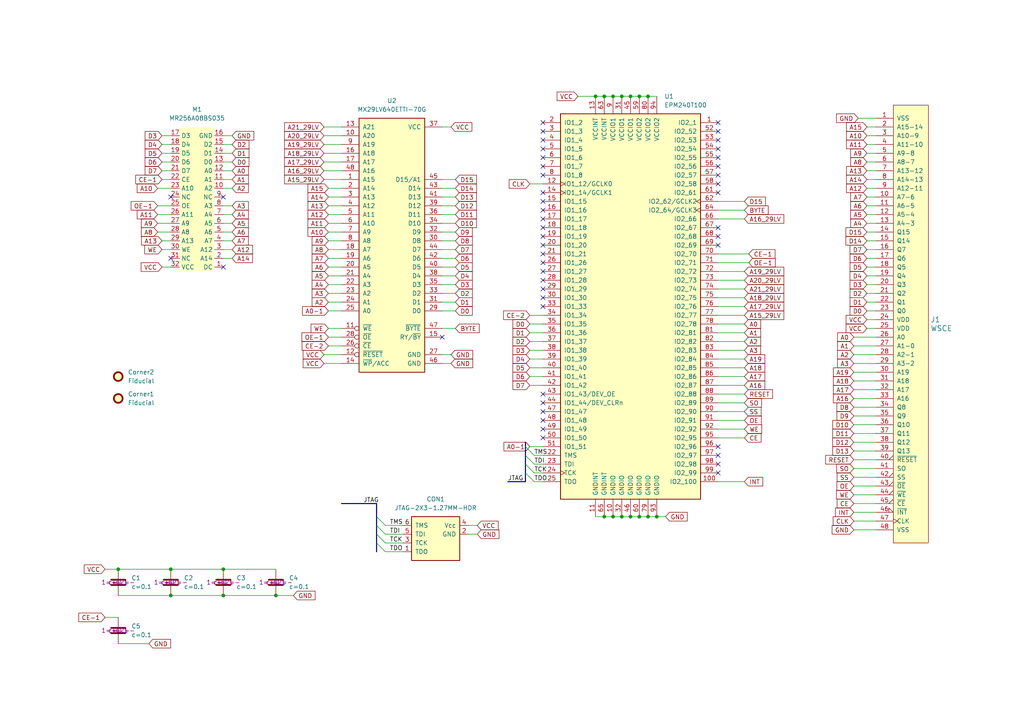
<source format=kicad_sch>
(kicad_sch (version 20250114) (generator "eeschema") (generator_version "9.0")
  (paper "A4")
  (lib_symbols
    (symbol "CPLD_Altera:EPM240T100" (pin_names (offset 1.016))
      (property "Reference" "U" (at 10.16 57.15 0))
      (property "Value" "EPM240T100" (at 10.16 -57.15 0))
      (symbol "EPM240T100_1_1"
        (pin bidirectional line (at -25.4 53.34 0) (length 5.08) (name "IO1_2") (number "2"))
        (pin bidirectional line (at -25.4 50.8 0) (length 5.08) (name "IO1_3") (number "3"))
        (pin bidirectional line (at -25.4 48.26 0) (length 5.08) (name "IO1_4") (number "4"))
        (pin bidirectional line (at -25.4 45.72 0) (length 5.08) (name "IO1_5") (number "5"))
        (pin bidirectional line (at -25.4 43.18 0) (length 5.08) (name "IO1_6") (number "6"))
        (pin bidirectional line (at -25.4 40.64 0) (length 5.08) (name "IO1_7") (number "7"))
        (pin bidirectional line (at -25.4 38.1 0) (length 5.08) (name "IO1_8") (number "8"))
        (pin bidirectional clock (at -25.4 35.56 0) (length 5.08) (name "IO1_12/GCLK0") (number "12"))
        (pin bidirectional clock (at -25.4 33.02 0) (length 5.08) (name "IO1_14/GCLK1") (number "14"))
        (pin bidirectional line (at -25.4 30.48 0) (length 5.08) (name "IO1_15") (number "15"))
        (pin bidirectional line (at -25.4 27.94 0) (length 5.08) (name "IO1_16") (number "16"))
        (pin bidirectional line (at -25.4 25.4 0) (length 5.08) (name "IO1_17") (number "17"))
        (pin bidirectional line (at -25.4 22.86 0) (length 5.08) (name "IO1_18") (number "18"))
        (pin bidirectional line (at -25.4 20.32 0) (length 5.08) (name "IO1_19") (number "19"))
        (pin bidirectional line (at -25.4 17.78 0) (length 5.08) (name "IO1_20") (number "20"))
        (pin bidirectional line (at -25.4 15.24 0) (length 5.08) (name "IO1_21") (number "21"))
        (pin bidirectional line (at -25.4 12.7 0) (length 5.08) (name "IO1_26") (number "26"))
        (pin bidirectional line (at -25.4 10.16 0) (length 5.08) (name "IO1_27") (number "27"))
        (pin bidirectional line (at -25.4 7.62 0) (length 5.08) (name "IO1_28") (number "28"))
        (pin bidirectional line (at -25.4 5.08 0) (length 5.08) (name "IO1_29") (number "29"))
        (pin bidirectional line (at -25.4 2.54 0) (length 5.08) (name "IO1_30") (number "30"))
        (pin bidirectional line (at -25.4 0 0) (length 5.08) (name "IO1_33") (number "33"))
        (pin bidirectional line (at -25.4 -2.54 0) (length 5.08) (name "IO1_34") (number "34"))
        (pin bidirectional line (at -25.4 -5.08 0) (length 5.08) (name "IO1_35") (number "35"))
        (pin bidirectional line (at -25.4 -7.62 0) (length 5.08) (name "IO1_36") (number "36"))
        (pin bidirectional line (at -25.4 -10.16 0) (length 5.08) (name "IO1_37") (number "37"))
        (pin bidirectional line (at -25.4 -12.7 0) (length 5.08) (name "IO1_38") (number "38"))
        (pin bidirectional line (at -25.4 -15.24 0) (length 5.08) (name "IO1_39") (number "39"))
        (pin bidirectional line (at -25.4 -17.78 0) (length 5.08) (name "IO1_40") (number "40"))
        (pin bidirectional line (at -25.4 -20.32 0) (length 5.08) (name "IO1_41") (number "41"))
        (pin bidirectional line (at -25.4 -22.86 0) (length 5.08) (name "IO1_42") (number "42"))
        (pin bidirectional line (at -25.4 -25.4 0) (length 5.08) (name "IO1_43/DEV_OE") (number "43"))
        (pin bidirectional line (at -25.4 -27.94 0) (length 5.08) (name "IO1_44/DEV_CLRn") (number "44"))
        (pin bidirectional line (at -25.4 -30.48 0) (length 5.08) (name "IO1_47") (number "47"))
        (pin bidirectional line (at -25.4 -33.02 0) (length 5.08) (name "IO1_48") (number "48"))
        (pin bidirectional line (at -25.4 -35.56 0) (length 5.08) (name "IO1_49") (number "49"))
        (pin bidirectional line (at -25.4 -38.1 0) (length 5.08) (name "IO1_50") (number "50"))
        (pin bidirectional line (at -25.4 -40.64 0) (length 5.08) (name "IO1_51") (number "51"))
        (pin input line (at -25.4 -43.18 0) (length 5.08) (name "TMS") (number "22"))
        (pin input line (at -25.4 -45.72 0) (length 5.08) (name "TDI") (number "23"))
        (pin input clock (at -25.4 -48.26 0) (length 5.08) (name "TCK") (number "24"))
        (pin output line (at -25.4 -50.8 0) (length 5.08) (name "TDO") (number "25"))
        (pin power_in line (at -10.16 60.96 270) (length 5.08) (name "VCCINT") (number "13"))
        (pin power_in line (at -10.16 -60.96 90) (length 5.08) (name "GNDINT") (number "11"))
        (pin power_in line (at -7.62 60.96 270) (length 5.08) (name "VCCINT") (number "63"))
        (pin power_in line (at -7.62 -60.96 90) (length 5.08) (name "GNDINT") (number "65"))
        (pin power_in line (at -5.08 60.96 270) (length 5.08) (name "VCCIO1") (number "9"))
        (pin power_in line (at -5.08 -60.96 90) (length 5.08) (name "GNDIO") (number "10"))
        (pin power_in line (at -2.54 60.96 270) (length 5.08) (name "VCCIO1") (number "31"))
        (pin power_in line (at -2.54 -60.96 90) (length 5.08) (name "GNDIO") (number "32"))
        (pin power_in line (at 0 60.96 270) (length 5.08) (name "VCCIO1") (number "45"))
        (pin power_in line (at 0 -60.96 90) (length 5.08) (name "GNDIO") (number "46"))
        (pin power_in line (at 2.54 60.96 270) (length 5.08) (name "VCCIO2") (number "59"))
        (pin power_in line (at 2.54 -60.96 90) (length 5.08) (name "GNDIO") (number "60"))
        (pin power_in line (at 5.08 60.96 270) (length 5.08) (name "VCCIO2") (number "80"))
        (pin power_in line (at 5.08 -60.96 90) (length 5.08) (name "GNDIO") (number "79"))
        (pin power_in line (at 7.62 60.96 270) (length 5.08) (name "VCCIO2") (number "94"))
        (pin power_in line (at 7.62 -60.96 90) (length 5.08) (name "GNDIO") (number "93"))
        (pin bidirectional line (at 25.4 53.34 180) (length 5.08) (name "IO2_1") (number "1"))
        (pin bidirectional line (at 25.4 50.8 180) (length 5.08) (name "IO2_52") (number "52"))
        (pin bidirectional line (at 25.4 48.26 180) (length 5.08) (name "IO2_53") (number "53"))
        (pin bidirectional line (at 25.4 45.72 180) (length 5.08) (name "IO2_54") (number "54"))
        (pin bidirectional line (at 25.4 43.18 180) (length 5.08) (name "IO2_55") (number "55"))
        (pin bidirectional line (at 25.4 40.64 180) (length 5.08) (name "IO2_56") (number "56"))
        (pin bidirectional line (at 25.4 38.1 180) (length 5.08) (name "IO2_57") (number "57"))
        (pin bidirectional line (at 25.4 35.56 180) (length 5.08) (name "IO2_58") (number "58"))
        (pin bidirectional line (at 25.4 33.02 180) (length 5.08) (name "IO2_61") (number "61"))
        (pin bidirectional clock (at 25.4 30.48 180) (length 5.08) (name "IO2_62/GCLK2") (number "62"))
        (pin bidirectional clock (at 25.4 27.94 180) (length 5.08) (name "IO2_64/GCLK3") (number "64"))
        (pin bidirectional line (at 25.4 25.4 180) (length 5.08) (name "IO2_66") (number "66"))
        (pin bidirectional line (at 25.4 22.86 180) (length 5.08) (name "IO2_67") (number "67"))
        (pin bidirectional line (at 25.4 20.32 180) (length 5.08) (name "IO2_68") (number "68"))
        (pin bidirectional line (at 25.4 17.78 180) (length 5.08) (name "IO2_69") (number "69"))
        (pin bidirectional line (at 25.4 15.24 180) (length 5.08) (name "IO2_70") (number "70"))
        (pin bidirectional line (at 25.4 12.7 180) (length 5.08) (name "IO2_71") (number "71"))
        (pin bidirectional line (at 25.4 10.16 180) (length 5.08) (name "IO2_72") (number "72"))
        (pin bidirectional line (at 25.4 7.62 180) (length 5.08) (name "IO2_73") (number "73"))
        (pin bidirectional line (at 25.4 5.08 180) (length 5.08) (name "IO2_74") (number "74"))
        (pin bidirectional line (at 25.4 2.54 180) (length 5.08) (name "IO2_75") (number "75"))
        (pin bidirectional line (at 25.4 0 180) (length 5.08) (name "IO2_76") (number "76"))
        (pin bidirectional line (at 25.4 -2.54 180) (length 5.08) (name "IO2_77") (number "77"))
        (pin bidirectional line (at 25.4 -5.08 180) (length 5.08) (name "IO2_78") (number "78"))
        (pin bidirectional line (at 25.4 -7.62 180) (length 5.08) (name "IO2_81") (number "81"))
        (pin bidirectional line (at 25.4 -10.16 180) (length 5.08) (name "IO2_82") (number "82"))
        (pin bidirectional line (at 25.4 -12.7 180) (length 5.08) (name "IO2_83") (number "83"))
        (pin bidirectional line (at 25.4 -15.24 180) (length 5.08) (name "IO2_84") (number "84"))
        (pin bidirectional line (at 25.4 -17.78 180) (length 5.08) (name "IO2_85") (number "85"))
        (pin bidirectional line (at 25.4 -20.32 180) (length 5.08) (name "IO2_86") (number "86"))
        (pin bidirectional line (at 25.4 -22.86 180) (length 5.08) (name "IO2_87") (number "87"))
        (pin bidirectional line (at 25.4 -25.4 180) (length 5.08) (name "IO2_88") (number "88"))
        (pin bidirectional line (at 25.4 -27.94 180) (length 5.08) (name "IO2_89") (number "89"))
        (pin bidirectional line (at 25.4 -30.48 180) (length 5.08) (name "IO2_90") (number "90"))
        (pin bidirectional line (at 25.4 -33.02 180) (length 5.08) (name "IO2_91") (number "91"))
        (pin bidirectional line (at 25.4 -35.56 180) (length 5.08) (name "IO2_92") (number "92"))
        (pin bidirectional line (at 25.4 -38.1 180) (length 5.08) (name "IO2_95") (number "95"))
        (pin bidirectional line (at 25.4 -40.64 180) (length 5.08) (name "IO2_96") (number "96"))
        (pin bidirectional line (at 25.4 -43.18 180) (length 5.08) (name "IO2_97") (number "97"))
        (pin bidirectional line (at 25.4 -45.72 180) (length 5.08) (name "IO2_98") (number "98"))
        (pin bidirectional line (at 25.4 -48.26 180) (length 5.08) (name "IO2_99") (number "99"))
        (pin bidirectional line (at 25.4 -50.8 180) (length 5.08) (name "IO2_100") (number "100"))
      )
    )
    (symbol "Mechanical:Fiducial"
      (property "Reference" "FID" (at 0 5.08 0))
      (property "Value" "Fiducial" (at 0 3.175 0))
    )
    (symbol "User:MR256A08BS035"
      (property "Reference" "M1" (at -1.27 36.83 0))
      (property "Value" "MR256A08BS035" (at -1.27 34.29 0))
      (symbol "MR256A08BS035_1_1"
        (pin input line (at -8.89 29.21 0) (length 2.54) (name "D3") (number "17"))
        (pin input line (at -8.89 26.67 0) (length 2.54) (name "D4") (number "18"))
        (pin input line (at -8.89 24.13 0) (length 2.54) (name "D5") (number "19"))
        (pin input line (at -8.89 21.59 0) (length 2.54) (name "D6") (number "20"))
        (pin input line (at -8.89 19.05 0) (length 2.54) (name "D7") (number "21"))
        (pin input line (at -8.89 16.51 0) (length 2.54) (name "CE") (number "22"))
        (pin input line (at -8.89 13.97 0) (length 2.54) (name "A10") (number "23"))
        (pin input line (at -8.89 11.43 0) (length 2.54) (name "NC") (number "24"))
        (pin input line (at -8.89 8.89 0) (length 2.54) (name "OE") (number "25"))
        (pin input line (at -8.89 6.35 0) (length 2.54) (name "A11") (number "26"))
        (pin input line (at -8.89 3.81 0) (length 2.54) (name "A9") (number "27"))
        (pin input line (at -8.89 1.27 0) (length 2.54) (name "A8") (number "28"))
        (pin input line (at -8.89 -1.27 0) (length 2.54) (name "A13") (number "29"))
        (pin input line (at -8.89 -3.81 0) (length 2.54) (name "WE") (number "30"))
        (pin input line (at -8.89 -6.35 0) (length 2.54) (name "NC") (number "31"))
        (pin input line (at -8.89 -8.89 0) (length 2.54) (name "VCC") (number "32"))
        (pin input line (at 6.35 29.21 180) (length 2.54) (name "GND") (number "16"))
        (pin input line (at 6.35 26.67 180) (length 2.54) (name "D2") (number "15"))
        (pin input line (at 6.35 24.13 180) (length 2.54) (name "D1") (number "14"))
        (pin input line (at 6.35 21.59 180) (length 2.54) (name "D0") (number "13"))
        (pin input line (at 6.35 19.05 180) (length 2.54) (name "A0") (number "12"))
        (pin input line (at 6.35 16.51 180) (length 2.54) (name "A1") (number "11"))
        (pin input line (at 6.35 13.97 180) (length 2.54) (name "A2") (number "10"))
        (pin input line (at 6.35 11.43 180) (length 2.54) (name "NC") (number "9"))
        (pin input line (at 6.35 8.89 180) (length 2.54) (name "A3") (number "8"))
        (pin input line (at 6.35 6.35 180) (length 2.54) (name "A4") (number "7"))
        (pin input line (at 6.35 3.81 180) (length 2.54) (name "A5") (number "6"))
        (pin input line (at 6.35 1.27 180) (length 2.54) (name "A6") (number "5"))
        (pin input line (at 6.35 -1.27 180) (length 2.54) (name "A7") (number "4"))
        (pin input line (at 6.35 -3.81 180) (length 2.54) (name "A12") (number "3"))
        (pin input line (at 6.35 -6.35 180) (length 2.54) (name "A14") (number "2"))
        (pin input line (at 6.35 -8.89 180) (length 2.54) (name "DC") (number "1"))
      )
    )
    (symbol "WonderWitch:WSCE" (pin_names (offset 1.016))
      (property "Reference" "J" (at 0 11.43 0))
      (property "Value" "WSCE" (at 0 8.89 0))
      (symbol "WSCE_1_1"
        (pin power_out line (at -59.69 -7.62 90) (length 5.08) (name "VSS") (number "1"))
        (pin output line (at -57.15 -7.62 90) (length 5.08) (name "A15-14") (number "2"))
        (pin output line (at -54.61 -7.62 90) (length 5.08) (name "A10-9") (number "3"))
        (pin output line (at -52.07 -7.62 90) (length 5.08) (name "A11-10") (number "4"))
        (pin output line (at -49.53 -7.62 90) (length 5.08) (name "A9-8") (number "5"))
        (pin output line (at -46.99 -7.62 90) (length 5.08) (name "A8-7") (number "6"))
        (pin output line (at -44.45 -7.62 90) (length 5.08) (name "A13-12") (number "7"))
        (pin output line (at -41.91 -7.62 90) (length 5.08) (name "A14-13") (number "8"))
        (pin output line (at -39.37 -7.62 90) (length 5.08) (name "A12-11") (number "9"))
        (pin output line (at -36.83 -7.62 90) (length 5.08) (name "A7-6") (number "10"))
        (pin output line (at -34.29 -7.62 90) (length 5.08) (name "A6-5") (number "11"))
        (pin output line (at -31.75 -7.62 90) (length 5.08) (name "A5-4") (number "12"))
        (pin output line (at -29.21 -7.62 90) (length 5.08) (name "A4-3") (number "13"))
        (pin bidirectional line (at -26.67 -7.62 90) (length 5.08) (name "Q15") (number "14"))
        (pin bidirectional line (at -24.13 -7.62 90) (length 5.08) (name "Q14") (number "15"))
        (pin bidirectional line (at -21.59 -7.62 90) (length 5.08) (name "Q7") (number "16"))
        (pin bidirectional line (at -19.05 -7.62 90) (length 5.08) (name "Q6") (number "17"))
        (pin bidirectional line (at -16.51 -7.62 90) (length 5.08) (name "Q5") (number "18"))
        (pin bidirectional line (at -13.97 -7.62 90) (length 5.08) (name "Q4") (number "19"))
        (pin bidirectional line (at -11.43 -7.62 90) (length 5.08) (name "Q3") (number "20"))
        (pin bidirectional line (at -8.89 -7.62 90) (length 5.08) (name "Q2") (number "21"))
        (pin bidirectional line (at -6.35 -7.62 90) (length 5.08) (name "Q1") (number "22"))
        (pin bidirectional line (at -3.81 -7.62 90) (length 5.08) (name "Q0") (number "23"))
        (pin power_out line (at -1.27 -7.62 90) (length 5.08) (name "VDD") (number "24"))
        (pin power_out line (at 1.27 -7.62 90) (length 5.08) (name "VDD") (number "25"))
        (pin output line (at 3.81 -7.62 90) (length 5.08) (name "A0") (number "26"))
        (pin output line (at 6.35 -7.62 90) (length 5.08) (name "A1-0") (number "27"))
        (pin output line (at 8.89 -7.62 90) (length 5.08) (name "A2-1") (number "28"))
        (pin output line (at 11.43 -7.62 90) (length 5.08) (name "A3-2") (number "29"))
        (pin output line (at 13.97 -7.62 90) (length 5.08) (name "A19") (number "30"))
        (pin output line (at 16.51 -7.62 90) (length 5.08) (name "A18") (number "31"))
        (pin output line (at 19.05 -7.62 90) (length 5.08) (name "A17") (number "32"))
        (pin output line (at 21.59 -7.62 90) (length 5.08) (name "A16") (number "33"))
        (pin bidirectional line (at 24.13 -7.62 90) (length 5.08) (name "Q8") (number "34"))
        (pin bidirectional line (at 26.67 -7.62 90) (length 5.08) (name "Q9") (number "35"))
        (pin bidirectional line (at 29.21 -7.62 90) (length 5.08) (name "Q10") (number "36"))
        (pin bidirectional line (at 31.75 -7.62 90) (length 5.08) (name "Q11") (number "37"))
        (pin bidirectional line (at 34.29 -7.62 90) (length 5.08) (name "Q12") (number "38"))
        (pin bidirectional line (at 36.83 -7.62 90) (length 5.08) (name "Q13") (number "39"))
        (pin output output_low (at 39.37 -7.62 90) (length 5.08) (name "~{RESET}") (number "40"))
        (pin input line (at 41.91 -7.62 90) (length 5.08) (name "SO") (number "41"))
        (pin output output_low (at 44.45 -7.62 90) (length 5.08) (name "SS") (number "42"))
        (pin output output_low (at 46.99 -7.62 90) (length 5.08) (name "~{OE}") (number "43"))
        (pin output output_low (at 49.53 -7.62 90) (length 5.08) (name "~{WE}") (number "44"))
        (pin output output_low (at 52.07 -7.62 90) (length 5.08) (name "~{CE}") (number "45"))
        (pin input input_low (at 54.61 -7.62 90) (length 5.08) (name "~{INT}") (number "46"))
        (pin output clock (at 57.15 -7.62 90) (length 5.08) (name "CLK") (number "47"))
        (pin power_out line (at 59.69 -7.62 90) (length 5.08) (name "VSS") (number "48"))
      )
    )
    (symbol "db-connectors:JTAG-2X3-1.27MM-HDR" (pin_names (offset 1.016))
      (property "Reference" "CON" (at 2.54 1.27 0))
      (property "Value" "JTAG-2X3-1.27MM-HDR" (at 7.62 3.81 0))
      (symbol "JTAG-2X3-1.27MM-HDR_1_1"
        (pin bidirectional line (at -2.54 -2.54 0) (length 2.54) (name "TMS") (number "6"))
        (pin bidirectional line (at -2.54 -5.08 0) (length 2.54) (name "TDI") (number "5"))
        (pin bidirectional line (at -2.54 -7.62 0) (length 2.54) (name "TCK") (number "3"))
        (pin bidirectional line (at -2.54 -10.16 0) (length 2.54) (name "TDO") (number "1"))
        (pin power_in line (at 16.51 -2.54 180) (length 2.54) (name "Vcc") (number "4"))
        (pin power_in line (at 16.51 -5.08 180) (length 2.54) (name "GND") (number "2"))
      )
    )
    (symbol "db-memory:MX29LV640ETTI-70G" (pin_names (offset 1.016))
      (property "Reference" "U" (at 1.27 3.175 0))
      (property "Value" "MX29LV640ETTI-70G" (at 10.16 1.27 0))
      (symbol "MX29LV640ETTI-70G_0_0"
        (pin power_in line (at 24.13 -2.54 180) (length 5.08) (name "VCC") (number "37"))
      )
      (symbol "MX29LV640ETTI-70G_1_0"
        (pin power_in line (at 24.13 -68.58 180) (length 5.08) (name "GND") (number "27"))
        (pin power_in line (at 24.13 -71.12 180) (length 5.08) (name "GND") (number "46"))
      )
      (symbol "MX29LV640ETTI-70G_1_1"
        (pin input line (at -5.08 -2.54 0) (length 5.08) (name "A21") (number "13"))
        (pin input line (at -5.08 -5.08 0) (length 5.08) (name "A20") (number "10"))
        (pin input line (at -5.08 -7.62 0) (length 5.08) (name "A19") (number "9"))
        (pin input line (at -5.08 -10.16 0) (length 5.08) (name "A18") (number "16"))
        (pin input line (at -5.08 -12.7 0) (length 5.08) (name "A17") (number "17"))
        (pin input line (at -5.08 -15.24 0) (length 5.08) (name "A16") (number "48"))
        (pin input line (at -5.08 -17.78 0) (length 5.08) (name "A15") (number "1"))
        (pin input line (at -5.08 -20.32 0) (length 5.08) (name "A14") (number "2"))
        (pin input line (at -5.08 -22.86 0) (length 5.08) (name "A13") (number "3"))
        (pin input line (at -5.08 -25.4 0) (length 5.08) (name "A12") (number "4"))
        (pin input line (at -5.08 -27.94 0) (length 5.08) (name "A11") (number "5"))
        (pin input line (at -5.08 -30.48 0) (length 5.08) (name "A10") (number "6"))
        (pin input line (at -5.08 -33.02 0) (length 5.08) (name "A9") (number "7"))
        (pin input line (at -5.08 -35.56 0) (length 5.08) (name "A8") (number "8"))
        (pin input line (at -5.08 -38.1 0) (length 5.08) (name "A7") (number "18"))
        (pin input line (at -5.08 -40.64 0) (length 5.08) (name "A6") (number "19"))
        (pin input line (at -5.08 -43.18 0) (length 5.08) (name "A5") (number "20"))
        (pin input line (at -5.08 -45.72 0) (length 5.08) (name "A4") (number "21"))
        (pin input line (at -5.08 -48.26 0) (length 5.08) (name "A3") (number "22"))
        (pin input line (at -5.08 -50.8 0) (length 5.08) (name "A2") (number "23"))
        (pin input line (at -5.08 -53.34 0) (length 5.08) (name "A1") (number "24"))
        (pin input line (at -5.08 -55.88 0) (length 5.08) (name "A0") (number "25"))
        (pin input inverted (at -5.08 -60.96 0) (length 5.08) (name "~{WE}") (number "11"))
        (pin input inverted (at -5.08 -63.5 0) (length 5.08) (name "~{OE}") (number "28"))
        (pin input inverted (at -5.08 -66.04 0) (length 5.08) (name "~{CE}") (number "26"))
        (pin input inverted (at -5.08 -68.58 0) (length 5.08) (name "~{RESET}") (number "12"))
        (pin input line (at -5.08 -71.12 0) (length 5.08) (name "~{WP}/ACC") (number "14"))
        (pin tri_state line (at 24.13 -17.78 180) (length 5.08) (name "D15/A1") (number "45"))
        (pin tri_state line (at 24.13 -20.32 180) (length 5.08) (name "D14") (number "43"))
        (pin tri_state line (at 24.13 -22.86 180) (length 5.08) (name "D13") (number "41"))
        (pin tri_state line (at 24.13 -25.4 180) (length 5.08) (name "D12") (number "39"))
        (pin tri_state line (at 24.13 -27.94 180) (length 5.08) (name "D11") (number "36"))
        (pin tri_state line (at 24.13 -30.48 180) (length 5.08) (name "D10") (number "34"))
        (pin tri_state line (at 24.13 -33.02 180) (length 5.08) (name "D9") (number "32"))
        (pin tri_state line (at 24.13 -35.56 180) (length 5.08) (name "D8") (number "30"))
        (pin tri_state line (at 24.13 -38.1 180) (length 5.08) (name "D7") (number "44"))
        (pin tri_state line (at 24.13 -40.64 180) (length 5.08) (name "D6") (number "42"))
        (pin tri_state line (at 24.13 -43.18 180) (length 5.08) (name "D5") (number "40"))
        (pin tri_state line (at 24.13 -45.72 180) (length 5.08) (name "D4") (number "38"))
        (pin tri_state line (at 24.13 -48.26 180) (length 5.08) (name "D3") (number "35"))
        (pin tri_state line (at 24.13 -50.8 180) (length 5.08) (name "D2") (number "33"))
        (pin tri_state line (at 24.13 -53.34 180) (length 5.08) (name "D1") (number "31"))
        (pin tri_state line (at 24.13 -55.88 180) (length 5.08) (name "D0") (number "29"))
        (pin input line (at 24.13 -60.96 180) (length 5.08) (name "~{BYTE}") (number "47"))
        (pin output line (at 24.13 -63.5 180) (length 5.08) (name "RY/~{BY}") (number "15"))
      )
    )
    (symbol "db-passives:C_0603" (pin_numbers (hide yes)) (pin_names (offset 0.254))
      (property "Reference" "C" (at 0.635 2.54 0))
      (property "Value" "C_0603" (at 0.635 -2.54 0))
      (symbol "C_0603_1_1"
        (pin passive line (at 0 3.81 270) (length 2.794) (name "~") (number "1"))
        (pin passive line (at 0 -3.81 90) (length 2.794) (name "~") (number "2"))
      )
    )
  )
  (junction (at 172.72 27.94))
  (junction (at 182.88 149.86))
  (junction (at 180.34 149.86))
  (junction (at 187.96 149.86))
  (junction (at 64.77 172.72))
  (junction (at 187.96 27.94))
  (junction (at 49.53 172.72))
  (junction (at 34.29 165.1))
  (junction (at 185.42 149.86))
  (junction (at 190.5 149.86))
  (junction (at 64.77 165.1))
  (junction (at 185.42 27.94))
  (junction (at 80.01 172.72))
  (junction (at 180.34 27.94))
  (junction (at 175.26 149.86))
  (junction (at 177.8 27.94))
  (junction (at 175.26 27.94))
  (junction (at 49.53 165.1))
  (junction (at 182.88 27.94))
  (junction (at 177.8 149.86))
  (no_connect (at 157.48 83.82))
  (no_connect (at 157.48 88.9))
  (no_connect (at 157.48 55.88))
  (no_connect (at 157.48 78.74))
  (no_connect (at 208.28 48.26))
  (no_connect (at 208.28 129.54))
  (no_connect (at 157.48 38.1))
  (no_connect (at 157.48 81.28))
  (no_connect (at 157.48 127))
  (no_connect (at 157.48 76.2))
  (no_connect (at 128.27 97.79))
  (no_connect (at 157.48 35.56))
  (no_connect (at 157.48 45.72))
  (no_connect (at 157.48 116.84))
  (no_connect (at 157.48 124.46))
  (no_connect (at 157.48 119.38))
  (no_connect (at 208.28 40.64))
  (no_connect (at 157.48 50.8))
  (no_connect (at 208.28 53.34))
  (no_connect (at 208.28 45.72))
  (no_connect (at 157.48 86.36))
  (no_connect (at 157.48 63.5))
  (no_connect (at 208.28 43.18))
  (no_connect (at 208.28 137.16))
  (no_connect (at 157.48 43.18))
  (no_connect (at 208.28 71.12))
  (no_connect (at 208.28 55.88))
  (no_connect (at 208.28 68.58))
  (no_connect (at 208.28 38.1))
  (no_connect (at 157.48 68.58))
  (no_connect (at 208.28 35.56))
  (no_connect (at 64.77 57.15))
  (no_connect (at 157.48 71.12))
  (no_connect (at 208.28 66.04))
  (no_connect (at 157.48 60.96))
  (no_connect (at 49.53 74.93))
  (no_connect (at 157.48 48.26))
  (no_connect (at 157.48 58.42))
  (no_connect (at 64.77 77.47))
  (no_connect (at 208.28 134.62))
  (no_connect (at 157.48 66.04))
  (no_connect (at 208.28 132.08))
  (no_connect (at 157.48 114.3))
  (no_connect (at 157.48 40.64))
  (no_connect (at 49.53 57.15))
  (no_connect (at 157.48 73.66))
  (no_connect (at 208.28 50.8))
  (no_connect (at 157.48 121.92))
  (bus_entry (at 152.4 134.62) (size 2.54 2.54))
  (bus_entry (at 152.4 137.16) (size 2.54 2.54))
  (bus_entry (at 152.4 132.08) (size 2.54 2.54))
  (bus_entry (at 109.22 154.94) (size 2.54 2.54))
  (bus_entry (at 109.22 152.4) (size 2.54 2.54))
  (bus_entry (at 152.4 129.54) (size 2.54 2.54))
  (bus_entry (at 109.22 157.48) (size 2.54 2.54))
  (bus_entry (at 109.22 149.86) (size 2.54 2.54))
  (wire (pts (xy 111.76 157.48) (xy 116.84 157.48)))
  (wire (pts (xy 208.28 91.44) (xy 215.9 91.44)))
  (wire (pts (xy 64.77 67.31) (xy 67.31 67.31)))
  (wire (pts (xy 247.65 107.95) (xy 254 107.95)))
  (wire (pts (xy 187.96 27.94) (xy 190.5 27.94)))
  (bus (pts (xy 109.22 152.4) (xy 109.22 154.94)))
  (wire (pts (xy 153.67 106.68) (xy 157.48 106.68)))
  (wire (pts (xy 64.77 74.93) (xy 67.31 74.93)))
  (wire (pts (xy 64.77 49.53) (xy 67.31 49.53)))
  (wire (pts (xy 247.65 133.35) (xy 254 133.35)))
  (wire (pts (xy 128.27 77.47) (xy 132.08 77.47)))
  (wire (pts (xy 128.27 67.31) (xy 132.08 67.31)))
  (wire (pts (xy 154.94 132.08) (xy 157.48 132.08)))
  (bus (pts (xy 99.06 146.05) (xy 109.22 146.05)))
  (wire (pts (xy 251.46 39.37) (xy 254 39.37)))
  (wire (pts (xy 80.01 172.72) (xy 85.09 172.72)))
  (wire (pts (xy 111.76 154.94) (xy 116.84 154.94)))
  (wire (pts (xy 46.99 39.37) (xy 49.53 39.37)))
  (wire (pts (xy 208.28 106.68) (xy 215.9 106.68)))
  (wire (pts (xy 208.28 127) (xy 215.9 127)))
  (wire (pts (xy 95.25 64.77) (xy 99.06 64.77)))
  (wire (pts (xy 46.99 72.39) (xy 49.53 72.39)))
  (bus (pts (xy 152.4 134.62) (xy 152.4 137.16)))
  (wire (pts (xy 111.76 160.02) (xy 116.84 160.02)))
  (wire (pts (xy 153.67 96.52) (xy 157.48 96.52)))
  (wire (pts (xy 247.65 138.43) (xy 254 138.43)))
  (wire (pts (xy 153.67 129.54) (xy 157.48 129.54)))
  (wire (pts (xy 153.67 101.6) (xy 157.48 101.6)))
  (wire (pts (xy 153.67 91.44) (xy 157.48 91.44)))
  (wire (pts (xy 153.67 53.34) (xy 157.48 53.34)))
  (wire (pts (xy 93.98 44.45) (xy 99.06 44.45)))
  (wire (pts (xy 251.46 92.71) (xy 254 92.71)))
  (bus (pts (xy 147.32 139.7) (xy 152.4 139.7)))
  (wire (pts (xy 251.46 44.45) (xy 254 44.45)))
  (wire (pts (xy 247.65 102.87) (xy 254 102.87)))
  (wire (pts (xy 208.28 78.74) (xy 215.9 78.74)))
  (wire (pts (xy 49.53 165.1) (xy 64.77 165.1)))
  (wire (pts (xy 128.27 36.83) (xy 130.81 36.83)))
  (wire (pts (xy 154.94 137.16) (xy 157.48 137.16)))
  (wire (pts (xy 251.46 69.85) (xy 254 69.85)))
  (wire (pts (xy 45.72 54.61) (xy 49.53 54.61)))
  (wire (pts (xy 128.27 59.69) (xy 132.08 59.69)))
  (wire (pts (xy 251.46 59.69) (xy 254 59.69)))
  (wire (pts (xy 64.77 44.45) (xy 67.31 44.45)))
  (wire (pts (xy 128.27 69.85) (xy 132.08 69.85)))
  (wire (pts (xy 251.46 74.93) (xy 254 74.93)))
  (wire (pts (xy 251.46 82.55) (xy 254 82.55)))
  (wire (pts (xy 95.25 57.15) (xy 99.06 57.15)))
  (bus (pts (xy 152.4 129.54) (xy 152.4 132.08)))
  (wire (pts (xy 93.98 39.37) (xy 99.06 39.37)))
  (wire (pts (xy 46.99 41.91) (xy 49.53 41.91)))
  (wire (pts (xy 46.99 49.53) (xy 49.53 49.53)))
  (wire (pts (xy 167.64 27.94) (xy 172.72 27.94)))
  (wire (pts (xy 247.65 105.41) (xy 254 105.41)))
  (wire (pts (xy 153.67 104.14) (xy 157.48 104.14)))
  (wire (pts (xy 247.65 113.03) (xy 254 113.03)))
  (wire (pts (xy 208.28 81.28) (xy 215.9 81.28)))
  (wire (pts (xy 208.28 76.2) (xy 217.17 76.2)))
  (wire (pts (xy 153.67 99.06) (xy 157.48 99.06)))
  (wire (pts (xy 128.27 82.55) (xy 132.08 82.55)))
  (wire (pts (xy 128.27 52.07) (xy 132.08 52.07)))
  (wire (pts (xy 95.25 80.01) (xy 99.06 80.01)))
  (wire (pts (xy 46.99 46.99) (xy 49.53 46.99)))
  (wire (pts (xy 251.46 49.53) (xy 254 49.53)))
  (wire (pts (xy 64.77 172.72) (xy 80.01 172.72)))
  (wire (pts (xy 251.46 95.25) (xy 254 95.25)))
  (wire (pts (xy 46.99 52.07) (xy 49.53 52.07)))
  (wire (pts (xy 251.46 87.63) (xy 254 87.63)))
  (wire (pts (xy 64.77 64.77) (xy 67.31 64.77)))
  (wire (pts (xy 208.28 60.96) (xy 215.9 60.96)))
  (wire (pts (xy 128.27 85.09) (xy 132.08 85.09)))
  (wire (pts (xy 128.27 87.63) (xy 132.08 87.63)))
  (wire (pts (xy 64.77 165.1) (xy 80.01 165.1)))
  (wire (pts (xy 208.28 124.46) (xy 215.9 124.46)))
  (wire (pts (xy 251.46 57.15) (xy 254 57.15)))
  (wire (pts (xy 95.25 85.09) (xy 99.06 85.09)))
  (wire (pts (xy 248.92 34.29) (xy 254 34.29)))
  (bus (pts (xy 109.22 157.48) (xy 109.22 160.02)))
  (wire (pts (xy 64.77 52.07) (xy 67.31 52.07)))
  (wire (pts (xy 251.46 54.61) (xy 254 54.61)))
  (wire (pts (xy 128.27 72.39) (xy 132.08 72.39)))
  (wire (pts (xy 128.27 62.23) (xy 132.08 62.23)))
  (wire (pts (xy 93.98 52.07) (xy 99.06 52.07)))
  (wire (pts (xy 208.28 63.5) (xy 215.9 63.5)))
  (wire (pts (xy 208.28 116.84) (xy 215.9 116.84)))
  (wire (pts (xy 95.25 74.93) (xy 99.06 74.93)))
  (bus (pts (xy 109.22 146.05) (xy 109.22 149.86)))
  (wire (pts (xy 208.28 101.6) (xy 215.9 101.6)))
  (wire (pts (xy 95.25 95.25) (xy 99.06 95.25)))
  (wire (pts (xy 247.65 100.33) (xy 254 100.33)))
  (wire (pts (xy 95.25 82.55) (xy 99.06 82.55)))
  (wire (pts (xy 95.25 69.85) (xy 99.06 69.85)))
  (wire (pts (xy 46.99 69.85) (xy 49.53 69.85)))
  (wire (pts (xy 128.27 57.15) (xy 132.08 57.15)))
  (wire (pts (xy 95.25 67.31) (xy 99.06 67.31)))
  (wire (pts (xy 182.88 27.94) (xy 185.42 27.94)))
  (wire (pts (xy 208.28 109.22) (xy 215.9 109.22)))
  (wire (pts (xy 64.77 72.39) (xy 67.31 72.39)))
  (bus (pts (xy 152.4 128.27) (xy 152.4 129.54)))
  (wire (pts (xy 49.53 172.72) (xy 64.77 172.72)))
  (wire (pts (xy 208.28 83.82) (xy 215.9 83.82)))
  (wire (pts (xy 154.94 134.62) (xy 157.48 134.62)))
  (wire (pts (xy 95.25 62.23) (xy 99.06 62.23)))
  (wire (pts (xy 247.65 143.51) (xy 254 143.51)))
  (wire (pts (xy 93.98 49.53) (xy 99.06 49.53)))
  (wire (pts (xy 128.27 64.77) (xy 132.08 64.77)))
  (wire (pts (xy 95.25 77.47) (xy 99.06 77.47)))
  (wire (pts (xy 95.25 100.33) (xy 99.06 100.33)))
  (wire (pts (xy 251.46 80.01) (xy 254 80.01)))
  (wire (pts (xy 251.46 36.83) (xy 254 36.83)))
  (wire (pts (xy 208.28 139.7) (xy 215.9 139.7)))
  (wire (pts (xy 251.46 67.31) (xy 254 67.31)))
  (wire (pts (xy 95.25 72.39) (xy 99.06 72.39)))
  (wire (pts (xy 30.48 179.07) (xy 34.29 179.07)))
  (wire (pts (xy 185.42 149.86) (xy 187.96 149.86)))
  (wire (pts (xy 180.34 27.94) (xy 182.88 27.94)))
  (wire (pts (xy 208.28 96.52) (xy 215.9 96.52)))
  (wire (pts (xy 190.5 149.86) (xy 193.04 149.86)))
  (wire (pts (xy 247.65 128.27) (xy 254 128.27)))
  (wire (pts (xy 247.65 148.59) (xy 254 148.59)))
  (wire (pts (xy 153.67 111.76) (xy 157.48 111.76)))
  (wire (pts (xy 154.94 139.7) (xy 157.48 139.7)))
  (wire (pts (xy 247.65 123.19) (xy 254 123.19)))
  (wire (pts (xy 95.25 87.63) (xy 99.06 87.63)))
  (wire (pts (xy 64.77 69.85) (xy 67.31 69.85)))
  (wire (pts (xy 46.99 77.47) (xy 49.53 77.47)))
  (wire (pts (xy 247.65 125.73) (xy 254 125.73)))
  (wire (pts (xy 93.98 102.87) (xy 99.06 102.87)))
  (bus (pts (xy 109.22 154.94) (xy 109.22 157.48)))
  (wire (pts (xy 247.65 115.57) (xy 254 115.57)))
  (wire (pts (xy 172.72 149.86) (xy 175.26 149.86)))
  (wire (pts (xy 208.28 121.92) (xy 215.9 121.92)))
  (wire (pts (xy 64.77 59.69) (xy 67.31 59.69)))
  (wire (pts (xy 177.8 149.86) (xy 180.34 149.86)))
  (wire (pts (xy 93.98 41.91) (xy 99.06 41.91)))
  (wire (pts (xy 34.29 172.72) (xy 49.53 172.72)))
  (wire (pts (xy 247.65 118.11) (xy 254 118.11)))
  (wire (pts (xy 46.99 44.45) (xy 49.53 44.45)))
  (wire (pts (xy 128.27 54.61) (xy 132.08 54.61)))
  (wire (pts (xy 45.72 62.23) (xy 49.53 62.23)))
  (wire (pts (xy 64.77 62.23) (xy 67.31 62.23)))
  (wire (pts (xy 64.77 41.91) (xy 67.31 41.91)))
  (wire (pts (xy 34.29 165.1) (xy 49.53 165.1)))
  (wire (pts (xy 251.46 90.17) (xy 254 90.17)))
  (wire (pts (xy 45.72 59.69) (xy 49.53 59.69)))
  (wire (pts (xy 251.46 85.09) (xy 254 85.09)))
  (wire (pts (xy 128.27 80.01) (xy 132.08 80.01)))
  (bus (pts (xy 152.4 137.16) (xy 152.4 139.7)))
  (wire (pts (xy 251.46 72.39) (xy 254 72.39)))
  (wire (pts (xy 247.65 97.79) (xy 254 97.79)))
  (wire (pts (xy 208.28 58.42) (xy 215.9 58.42)))
  (bus (pts (xy 109.22 149.86) (xy 109.22 152.4)))
  (wire (pts (xy 95.25 54.61) (xy 99.06 54.61)))
  (wire (pts (xy 93.98 46.99) (xy 99.06 46.99)))
  (wire (pts (xy 95.25 97.79) (xy 99.06 97.79)))
  (wire (pts (xy 251.46 77.47) (xy 254 77.47)))
  (wire (pts (xy 172.72 27.94) (xy 175.26 27.94)))
  (wire (pts (xy 251.46 64.77) (xy 254 64.77)))
  (wire (pts (xy 93.98 105.41) (xy 99.06 105.41)))
  (wire (pts (xy 251.46 52.07) (xy 254 52.07)))
  (wire (pts (xy 208.28 114.3) (xy 215.9 114.3)))
  (wire (pts (xy 251.46 46.99) (xy 254 46.99)))
  (wire (pts (xy 153.67 93.98) (xy 157.48 93.98)))
  (wire (pts (xy 135.89 152.4) (xy 138.43 152.4)))
  (wire (pts (xy 64.77 39.37) (xy 67.31 39.37)))
  (wire (pts (xy 247.65 140.97) (xy 254 140.97)))
  (wire (pts (xy 177.8 27.94) (xy 180.34 27.94)))
  (wire (pts (xy 251.46 41.91) (xy 254 41.91)))
  (wire (pts (xy 128.27 95.25) (xy 132.08 95.25)))
  (wire (pts (xy 64.77 54.61) (xy 67.31 54.61)))
  (wire (pts (xy 182.88 149.86) (xy 185.42 149.86)))
  (wire (pts (xy 45.72 67.31) (xy 49.53 67.31)))
  (wire (pts (xy 128.27 105.41) (xy 130.81 105.41)))
  (wire (pts (xy 247.65 120.65) (xy 254 120.65)))
  (wire (pts (xy 64.77 46.99) (xy 67.31 46.99)))
  (wire (pts (xy 187.96 149.86) (xy 190.5 149.86)))
  (wire (pts (xy 128.27 102.87) (xy 130.81 102.87)))
  (wire (pts (xy 175.26 27.94) (xy 177.8 27.94)))
  (wire (pts (xy 95.25 90.17) (xy 99.06 90.17)))
  (wire (pts (xy 135.89 154.94) (xy 138.43 154.94)))
  (wire (pts (xy 208.28 104.14) (xy 215.9 104.14)))
  (wire (pts (xy 208.28 88.9) (xy 215.9 88.9)))
  (wire (pts (xy 180.34 149.86) (xy 182.88 149.86)))
  (wire (pts (xy 95.25 59.69) (xy 99.06 59.69)))
  (wire (pts (xy 30.48 165.1) (xy 34.29 165.1)))
  (wire (pts (xy 247.65 146.05) (xy 254 146.05)))
  (wire (pts (xy 247.65 110.49) (xy 254 110.49)))
  (wire (pts (xy 111.76 152.4) (xy 116.84 152.4)))
  (wire (pts (xy 247.65 151.13) (xy 254 151.13)))
  (wire (pts (xy 247.65 153.67) (xy 254 153.67)))
  (bus (pts (xy 152.4 132.08) (xy 152.4 134.62)))
  (wire (pts (xy 128.27 90.17) (xy 132.08 90.17)))
  (wire (pts (xy 208.28 111.76) (xy 215.9 111.76)))
  (wire (pts (xy 185.42 27.94) (xy 187.96 27.94)))
  (wire (pts (xy 208.28 86.36) (xy 215.9 86.36)))
  (wire (pts (xy 34.29 186.69) (xy 43.18 186.69)))
  (wire (pts (xy 208.28 119.38) (xy 215.9 119.38)))
  (wire (pts (xy 45.72 64.77) (xy 49.53 64.77)))
  (wire (pts (xy 208.28 99.06) (xy 215.9 99.06)))
  (wire (pts (xy 175.26 149.86) (xy 177.8 149.86)))
  (wire (pts (xy 208.28 73.66) (xy 217.17 73.66)))
  (wire (pts (xy 93.98 36.83) (xy 99.06 36.83)))
  (wire (pts (xy 247.65 130.81) (xy 254 130.81)))
  (wire (pts (xy 208.28 93.98) (xy 215.9 93.98)))
  (wire (pts (xy 128.27 74.93) (xy 132.08 74.93)))
  (wire (pts (xy 247.65 135.89) (xy 254 135.89)))
  (wire (pts (xy 251.46 62.23) (xy 254 62.23)))
  (wire (pts (xy 153.67 109.22) (xy 157.48 109.22)))
  (label "TCK" (at 113.03 157.48 0))
  (label "JTAG" (at 147.32 139.7 0))
  (label "TDO" (at 113.03 160.02 0))
  (label "TDI" (at 154.94 134.62 0))
  (label "TMS" (at 113.03 152.4 0))
  (label "TDO" (at 154.94 139.7 0))
  (label "TCK" (at 154.94 137.16 0))
  (label "JTAG" (at 105.41 146.05 0))
  (label "TDI" (at 113.03 154.94 0))
  (label "TMS" (at 154.94 132.08 0))
  (global_label "CE-1" (shape input) (at 30.48 179.07 180) (property "Intersheetrefs" "${INTERSHEET_REFS}" (effects (hide yes))))
  (global_label "D0" (shape input) (at 67.31 46.99 0) (property "Intersheetrefs" "${INTERSHEET_REFS}" (effects (hide yes))))
  (global_label "A5" (shape input) (at 251.46 62.23 180) (property "Intersheetrefs" "${INTERSHEET_REFS}" (effects (hide yes))))
  (global_label "A4" (shape input) (at 251.46 64.77 180) (property "Intersheetrefs" "${INTERSHEET_REFS}" (effects (hide yes))))
  (global_label "A1" (shape input) (at 247.65 100.33 180) (property "Intersheetrefs" "${INTERSHEET_REFS}" (effects (hide yes))))
  (global_label "D13" (shape input) (at 132.08 57.15 0) (property "Intersheetrefs" "${INTERSHEET_REFS}" (effects (hide yes))))
  (global_label "A16_29LV" (shape input) (at 215.9 63.5 0) (property "Intersheetrefs" "${INTERSHEET_REFS}" (effects (hide yes))))
  (global_label "D5" (shape input) (at 46.99 44.45 180) (property "Intersheetrefs" "${INTERSHEET_REFS}" (effects (hide yes))))
  (global_label "VCC" (shape input) (at 251.46 95.25 180) (property "Intersheetrefs" "${INTERSHEET_REFS}" (effects (hide yes))))
  (global_label "D7" (shape input) (at 251.46 72.39 180) (property "Intersheetrefs" "${INTERSHEET_REFS}" (effects (hide yes))))
  (global_label "D7" (shape input) (at 46.99 49.53 180) (property "Intersheetrefs" "${INTERSHEET_REFS}" (effects (hide yes))))
  (global_label "A16" (shape input) (at 247.65 115.57 180) (property "Intersheetrefs" "${INTERSHEET_REFS}" (effects (hide yes))))
  (global_label "A10" (shape input) (at 95.25 67.31 180) (property "Intersheetrefs" "${INTERSHEET_REFS}" (effects (hide yes))))
  (global_label "A8" (shape input) (at 251.46 46.99 180) (property "Intersheetrefs" "${INTERSHEET_REFS}" (effects (hide yes))))
  (global_label "A15_29LV" (shape input) (at 215.9 91.44 0) (property "Intersheetrefs" "${INTERSHEET_REFS}" (effects (hide yes))))
  (global_label "GND" (shape input) (at 247.65 153.67 180) (property "Intersheetrefs" "${INTERSHEET_REFS}" (effects (hide yes))))
  (global_label "A16_29LV" (shape input) (at 93.98 49.53 180) (property "Intersheetrefs" "${INTERSHEET_REFS}" (effects (hide yes))))
  (global_label "D2" (shape input) (at 153.67 99.06 180) (property "Intersheetrefs" "${INTERSHEET_REFS}" (effects (hide yes))))
  (global_label "A0" (shape input) (at 215.9 93.98 0) (property "Intersheetrefs" "${INTERSHEET_REFS}" (effects (hide yes))))
  (global_label "D13" (shape input) (at 247.65 130.81 180) (property "Intersheetrefs" "${INTERSHEET_REFS}" (effects (hide yes))))
  (global_label "D10" (shape input) (at 247.65 123.19 180) (property "Intersheetrefs" "${INTERSHEET_REFS}" (effects (hide yes))))
  (global_label "CLK" (shape input) (at 247.65 151.13 180) (property "Intersheetrefs" "${INTERSHEET_REFS}" (effects (hide yes))))
  (global_label "A13" (shape input) (at 251.46 49.53 180) (property "Intersheetrefs" "${INTERSHEET_REFS}" (effects (hide yes))))
  (global_label "A3" (shape input) (at 95.25 85.09 180) (property "Intersheetrefs" "${INTERSHEET_REFS}" (effects (hide yes))))
  (global_label "A4" (shape input) (at 95.25 82.55 180) (property "Intersheetrefs" "${INTERSHEET_REFS}" (effects (hide yes))))
  (global_label "D14" (shape input) (at 132.08 54.61 0) (property "Intersheetrefs" "${INTERSHEET_REFS}" (effects (hide yes))))
  (global_label "A19" (shape input) (at 247.65 107.95 180) (property "Intersheetrefs" "${INTERSHEET_REFS}" (effects (hide yes))))
  (global_label "GND" (shape input) (at 67.31 39.37 0) (property "Intersheetrefs" "${INTERSHEET_REFS}" (effects (hide yes))))
  (global_label "GND" (shape input) (at 130.81 105.41 0) (property "Intersheetrefs" "${INTERSHEET_REFS}" (effects (hide yes))))
  (global_label "D1" (shape input) (at 132.08 87.63 0) (property "Intersheetrefs" "${INTERSHEET_REFS}" (effects (hide yes))))
  (global_label "A14" (shape input) (at 251.46 52.07 180) (property "Intersheetrefs" "${INTERSHEET_REFS}" (effects (hide yes))))
  (global_label "D4" (shape input) (at 46.99 41.91 180) (property "Intersheetrefs" "${INTERSHEET_REFS}" (effects (hide yes))))
  (global_label "A8" (shape input) (at 45.72 67.31 180) (property "Intersheetrefs" "${INTERSHEET_REFS}" (effects (hide yes))))
  (global_label "A11" (shape input) (at 95.25 64.77 180) (property "Intersheetrefs" "${INTERSHEET_REFS}" (effects (hide yes))))
  (global_label "D1" (shape input) (at 67.31 44.45 0) (property "Intersheetrefs" "${INTERSHEET_REFS}" (effects (hide yes))))
  (global_label "A0-1" (shape input) (at 95.25 90.17 180) (property "Intersheetrefs" "${INTERSHEET_REFS}" (effects (hide yes))))
  (global_label "CE" (shape input) (at 215.9 127 0) (property "Intersheetrefs" "${INTERSHEET_REFS}" (effects (hide yes))))
  (global_label "D15" (shape input) (at 132.08 52.07 0) (property "Intersheetrefs" "${INTERSHEET_REFS}" (effects (hide yes))))
  (global_label "A2" (shape input) (at 95.25 87.63 180) (property "Intersheetrefs" "${INTERSHEET_REFS}" (effects (hide yes))))
  (global_label "D3" (shape input) (at 132.08 82.55 0) (property "Intersheetrefs" "${INTERSHEET_REFS}" (effects (hide yes))))
  (global_label "A19_29LV" (shape input) (at 93.98 41.91 180) (property "Intersheetrefs" "${INTERSHEET_REFS}" (effects (hide yes))))
  (global_label "A0-1" (shape input) (at 153.67 129.54 180) (property "Intersheetrefs" "${INTERSHEET_REFS}" (effects (hide yes))))
  (global_label "A3" (shape input) (at 67.31 59.69 0) (property "Intersheetrefs" "${INTERSHEET_REFS}" (effects (hide yes))))
  (global_label "D0" (shape input) (at 153.67 93.98 180) (property "Intersheetrefs" "${INTERSHEET_REFS}" (effects (hide yes))))
  (global_label "BYTE" (shape input) (at 215.9 60.96 0) (property "Intersheetrefs" "${INTERSHEET_REFS}" (effects (hide yes))))
  (global_label "D11" (shape input) (at 247.65 125.73 180) (property "Intersheetrefs" "${INTERSHEET_REFS}" (effects (hide yes))))
  (global_label "GND" (shape input) (at 130.81 102.87 0) (property "Intersheetrefs" "${INTERSHEET_REFS}" (effects (hide yes))))
  (global_label "WE" (shape input) (at 95.25 95.25 180) (property "Intersheetrefs" "${INTERSHEET_REFS}" (effects (hide yes))))
  (global_label "D5" (shape input) (at 251.46 77.47 180) (property "Intersheetrefs" "${INTERSHEET_REFS}" (effects (hide yes))))
  (global_label "A16" (shape input) (at 215.9 111.76 0) (property "Intersheetrefs" "${INTERSHEET_REFS}" (effects (hide yes))))
  (global_label "GND" (shape input) (at 43.18 186.69 0) (property "Intersheetrefs" "${INTERSHEET_REFS}" (effects (hide yes))))
  (global_label "CE-2" (shape input) (at 95.25 100.33 180) (property "Intersheetrefs" "${INTERSHEET_REFS}" (effects (hide yes))))
  (global_label "D3" (shape input) (at 46.99 39.37 180) (property "Intersheetrefs" "${INTERSHEET_REFS}" (effects (hide yes))))
  (global_label "A18" (shape input) (at 215.9 106.68 0) (property "Intersheetrefs" "${INTERSHEET_REFS}" (effects (hide yes))))
  (global_label "VCC" (shape input) (at 251.46 92.71 180) (property "Intersheetrefs" "${INTERSHEET_REFS}" (effects (hide yes))))
  (global_label "VCC" (shape input) (at 93.98 102.87 180) (property "Intersheetrefs" "${INTERSHEET_REFS}" (effects (hide yes))))
  (global_label "SO" (shape input) (at 215.9 116.84 0) (property "Intersheetrefs" "${INTERSHEET_REFS}" (effects (hide yes))))
  (global_label "OE" (shape input) (at 215.9 121.92 0) (property "Intersheetrefs" "${INTERSHEET_REFS}" (effects (hide yes))))
  (global_label "D3" (shape input) (at 251.46 82.55 180) (property "Intersheetrefs" "${INTERSHEET_REFS}" (effects (hide yes))))
  (global_label "A7" (shape input) (at 67.31 69.85 0) (property "Intersheetrefs" "${INTERSHEET_REFS}" (effects (hide yes))))
  (global_label "SS" (shape input) (at 215.9 119.38 0) (property "Intersheetrefs" "${INTERSHEET_REFS}" (effects (hide yes))))
  (global_label "D4" (shape input) (at 251.46 80.01 180) (property "Intersheetrefs" "${INTERSHEET_REFS}" (effects (hide yes))))
  (global_label "WE" (shape input) (at 247.65 143.51 180) (property "Intersheetrefs" "${INTERSHEET_REFS}" (effects (hide yes))))
  (global_label "D2" (shape input) (at 251.46 85.09 180) (property "Intersheetrefs" "${INTERSHEET_REFS}" (effects (hide yes))))
  (global_label "VCC" (shape input) (at 93.98 105.41 180) (property "Intersheetrefs" "${INTERSHEET_REFS}" (effects (hide yes))))
  (global_label "A11" (shape input) (at 45.72 62.23 180) (property "Intersheetrefs" "${INTERSHEET_REFS}" (effects (hide yes))))
  (global_label "A0" (shape input) (at 67.31 49.53 0) (property "Intersheetrefs" "${INTERSHEET_REFS}" (effects (hide yes))))
  (global_label "A14" (shape input) (at 67.31 74.93 0) (property "Intersheetrefs" "${INTERSHEET_REFS}" (effects (hide yes))))
  (global_label "GND" (shape input) (at 248.92 34.29 180) (property "Intersheetrefs" "${INTERSHEET_REFS}" (effects (hide yes))))
  (global_label "A5" (shape input) (at 67.31 64.77 0) (property "Intersheetrefs" "${INTERSHEET_REFS}" (effects (hide yes))))
  (global_label "A6" (shape input) (at 67.31 67.31 0) (property "Intersheetrefs" "${INTERSHEET_REFS}" (effects (hide yes))))
  (global_label "VCC" (shape input) (at 46.99 77.47 180) (property "Intersheetrefs" "${INTERSHEET_REFS}" (effects (hide yes))))
  (global_label "A1" (shape input) (at 215.9 96.52 0) (property "Intersheetrefs" "${INTERSHEET_REFS}" (effects (hide yes))))
  (global_label "A6" (shape input) (at 251.46 59.69 180) (property "Intersheetrefs" "${INTERSHEET_REFS}" (effects (hide yes))))
  (global_label "D15" (shape input) (at 251.46 67.31 180) (property "Intersheetrefs" "${INTERSHEET_REFS}" (effects (hide yes))))
  (global_label "A21_29LV" (shape input) (at 215.9 83.82 0) (property "Intersheetrefs" "${INTERSHEET_REFS}" (effects (hide yes))))
  (global_label "GND" (shape input) (at 138.43 154.94 0) (property "Intersheetrefs" "${INTERSHEET_REFS}" (effects (hide yes))))
  (global_label "A7" (shape input) (at 251.46 57.15 180) (property "Intersheetrefs" "${INTERSHEET_REFS}" (effects (hide yes))))
  (global_label "INT" (shape input) (at 247.65 148.59 180) (property "Intersheetrefs" "${INTERSHEET_REFS}" (effects (hide yes))))
  (global_label "OE-1" (shape input) (at 45.72 59.69 180) (property "Intersheetrefs" "${INTERSHEET_REFS}" (effects (hide yes))))
  (global_label "A18_29LV" (shape input) (at 215.9 86.36 0) (property "Intersheetrefs" "${INTERSHEET_REFS}" (effects (hide yes))))
  (global_label "D10" (shape input) (at 132.08 64.77 0) (property "Intersheetrefs" "${INTERSHEET_REFS}" (effects (hide yes))))
  (global_label "WE" (shape input) (at 46.99 72.39 180) (property "Intersheetrefs" "${INTERSHEET_REFS}" (effects (hide yes))))
  (global_label "VCC" (shape input) (at 130.81 36.83 0) (property "Intersheetrefs" "${INTERSHEET_REFS}" (effects (hide yes))))
  (global_label "RESET" (shape input) (at 247.65 133.35 180) (property "Intersheetrefs" "${INTERSHEET_REFS}" (effects (hide yes))))
  (global_label "A3" (shape input) (at 247.65 105.41 180) (property "Intersheetrefs" "${INTERSHEET_REFS}" (effects (hide yes))))
  (global_label "A7" (shape input) (at 95.25 74.93 180) (property "Intersheetrefs" "${INTERSHEET_REFS}" (effects (hide yes))))
  (global_label "OE" (shape input) (at 247.65 140.97 180) (property "Intersheetrefs" "${INTERSHEET_REFS}" (effects (hide yes))))
  (global_label "VCC" (shape input) (at 30.48 165.1 180) (property "Intersheetrefs" "${INTERSHEET_REFS}" (effects (hide yes))))
  (global_label "A3" (shape input) (at 215.9 101.6 0) (property "Intersheetrefs" "${INTERSHEET_REFS}" (effects (hide yes))))
  (global_label "A2" (shape input) (at 215.9 99.06 0) (property "Intersheetrefs" "${INTERSHEET_REFS}" (effects (hide yes))))
  (global_label "A17" (shape input) (at 247.65 113.03 180) (property "Intersheetrefs" "${INTERSHEET_REFS}" (effects (hide yes))))
  (global_label "GND" (shape input) (at 85.09 172.72 0) (property "Intersheetrefs" "${INTERSHEET_REFS}" (effects (hide yes))))
  (global_label "A2" (shape input) (at 67.31 54.61 0) (property "Intersheetrefs" "${INTERSHEET_REFS}" (effects (hide yes))))
  (global_label "CE-1" (shape input) (at 46.99 52.07 180) (property "Intersheetrefs" "${INTERSHEET_REFS}" (effects (hide yes))))
  (global_label "VCC" (shape input) (at 138.43 152.4 0) (property "Intersheetrefs" "${INTERSHEET_REFS}" (effects (hide yes))))
  (global_label "A6" (shape input) (at 95.25 77.47 180) (property "Intersheetrefs" "${INTERSHEET_REFS}" (effects (hide yes))))
  (global_label "D8" (shape input) (at 132.08 69.85 0) (property "Intersheetrefs" "${INTERSHEET_REFS}" (effects (hide yes))))
  (global_label "D0" (shape input) (at 251.46 90.17 180) (property "Intersheetrefs" "${INTERSHEET_REFS}" (effects (hide yes))))
  (global_label "SO" (shape input) (at 247.65 135.89 180) (property "Intersheetrefs" "${INTERSHEET_REFS}" (effects (hide yes))))
  (global_label "A12" (shape input) (at 67.31 72.39 0) (property "Intersheetrefs" "${INTERSHEET_REFS}" (effects (hide yes))))
  (global_label "D5" (shape input) (at 153.67 106.68 180) (property "Intersheetrefs" "${INTERSHEET_REFS}" (effects (hide yes))))
  (global_label "A19_29LV" (shape input) (at 215.9 78.74 0) (property "Intersheetrefs" "${INTERSHEET_REFS}" (effects (hide yes))))
  (global_label "A18" (shape input) (at 247.65 110.49 180) (property "Intersheetrefs" "${INTERSHEET_REFS}" (effects (hide yes))))
  (global_label "VCC" (shape input) (at 167.64 27.94 180) (property "Intersheetrefs" "${INTERSHEET_REFS}" (effects (hide yes))))
  (global_label "A10" (shape input) (at 45.72 54.61 180) (property "Intersheetrefs" "${INTERSHEET_REFS}" (effects (hide yes))))
  (global_label "BYTE" (shape input) (at 132.08 95.25 0) (property "Intersheetrefs" "${INTERSHEET_REFS}" (effects (hide yes))))
  (global_label "A20_29LV" (shape input) (at 215.9 81.28 0) (property "Intersheetrefs" "${INTERSHEET_REFS}" (effects (hide yes))))
  (global_label "A9" (shape input) (at 251.46 44.45 180) (property "Intersheetrefs" "${INTERSHEET_REFS}" (effects (hide yes))))
  (global_label "A15" (shape input) (at 95.25 54.61 180) (property "Intersheetrefs" "${INTERSHEET_REFS}" (effects (hide yes))))
  (global_label "CE-2" (shape input) (at 153.67 91.44 180) (property "Intersheetrefs" "${INTERSHEET_REFS}" (effects (hide yes))))
  (global_label "D14" (shape input) (at 251.46 69.85 180) (property "Intersheetrefs" "${INTERSHEET_REFS}" (effects (hide yes))))
  (global_label "D6" (shape input) (at 46.99 46.99 180) (property "Intersheetrefs" "${INTERSHEET_REFS}" (effects (hide yes))))
  (global_label "A15_29LV" (shape input) (at 93.98 52.07 180) (property "Intersheetrefs" "${INTERSHEET_REFS}" (effects (hide yes))))
  (global_label "A12" (shape input) (at 95.25 62.23 180) (property "Intersheetrefs" "${INTERSHEET_REFS}" (effects (hide yes))))
  (global_label "A21_29LV" (shape input) (at 93.98 36.83 180) (property "Intersheetrefs" "${INTERSHEET_REFS}" (effects (hide yes))))
  (global_label "D0" (shape input) (at 132.08 90.17 0) (property "Intersheetrefs" "${INTERSHEET_REFS}" (effects (hide yes))))
  (global_label "D9" (shape input) (at 132.08 67.31 0) (property "Intersheetrefs" "${INTERSHEET_REFS}" (effects (hide yes))))
  (global_label "D12" (shape input) (at 247.65 128.27 180) (property "Intersheetrefs" "${INTERSHEET_REFS}" (effects (hide yes))))
  (global_label "A9" (shape input) (at 95.25 69.85 180) (property "Intersheetrefs" "${INTERSHEET_REFS}" (effects (hide yes))))
  (global_label "WE" (shape input) (at 215.9 124.46 0) (property "Intersheetrefs" "${INTERSHEET_REFS}" (effects (hide yes))))
  (global_label "CLK" (shape input) (at 153.67 53.34 180) (property "Intersheetrefs" "${INTERSHEET_REFS}" (effects (hide yes))))
  (global_label "RESET" (shape input) (at 215.9 114.3 0) (property "Intersheetrefs" "${INTERSHEET_REFS}" (effects (hide yes))))
  (global_label "D1" (shape input) (at 153.67 96.52 180) (property "Intersheetrefs" "${INTERSHEET_REFS}" (effects (hide yes))))
  (global_label "CE-1" (shape input) (at 217.17 73.66 0) (property "Intersheetrefs" "${INTERSHEET_REFS}" (effects (hide yes))))
  (global_label "D6" (shape input) (at 153.67 109.22 180) (property "Intersheetrefs" "${INTERSHEET_REFS}" (effects (hide yes))))
  (global_label "SS" (shape input) (at 247.65 138.43 180) (property "Intersheetrefs" "${INTERSHEET_REFS}" (effects (hide yes))))
  (global_label "A9" (shape input) (at 45.72 64.77 180) (property "Intersheetrefs" "${INTERSHEET_REFS}" (effects (hide yes))))
  (global_label "D2" (shape input) (at 67.31 41.91 0) (property "Intersheetrefs" "${INTERSHEET_REFS}" (effects (hide yes))))
  (global_label "A17_29LV" (shape input) (at 93.98 46.99 180) (property "Intersheetrefs" "${INTERSHEET_REFS}" (effects (hide yes))))
  (global_label "A17_29LV" (shape input) (at 215.9 88.9 0) (property "Intersheetrefs" "${INTERSHEET_REFS}" (effects (hide yes))))
  (global_label "D11" (shape input) (at 132.08 62.23 0) (property "Intersheetrefs" "${INTERSHEET_REFS}" (effects (hide yes))))
  (global_label "D2" (shape input) (at 132.08 85.09 0) (property "Intersheetrefs" "${INTERSHEET_REFS}" (effects (hide yes))))
  (global_label "D6" (shape input) (at 251.46 74.93 180) (property "Intersheetrefs" "${INTERSHEET_REFS}" (effects (hide yes))))
  (global_label "D9" (shape input) (at 247.65 120.65 180) (property "Intersheetrefs" "${INTERSHEET_REFS}" (effects (hide yes))))
  (global_label "INT" (shape input) (at 215.9 139.7 0) (property "Intersheetrefs" "${INTERSHEET_REFS}" (effects (hide yes))))
  (global_label "D7" (shape input) (at 153.67 111.76 180) (property "Intersheetrefs" "${INTERSHEET_REFS}" (effects (hide yes))))
  (global_label "A19" (shape input) (at 215.9 104.14 0) (property "Intersheetrefs" "${INTERSHEET_REFS}" (effects (hide yes))))
  (global_label "A14" (shape input) (at 95.25 57.15 180) (property "Intersheetrefs" "${INTERSHEET_REFS}" (effects (hide yes))))
  (global_label "D4" (shape input) (at 132.08 80.01 0) (property "Intersheetrefs" "${INTERSHEET_REFS}" (effects (hide yes))))
  (global_label "OE-1" (shape input) (at 95.25 97.79 180) (property "Intersheetrefs" "${INTERSHEET_REFS}" (effects (hide yes))))
  (global_label "D3" (shape input) (at 153.67 101.6 180) (property "Intersheetrefs" "${INTERSHEET_REFS}" (effects (hide yes))))
  (global_label "A13" (shape input) (at 46.99 69.85 180) (property "Intersheetrefs" "${INTERSHEET_REFS}" (effects (hide yes))))
  (global_label "D4" (shape input) (at 153.67 104.14 180) (property "Intersheetrefs" "${INTERSHEET_REFS}" (effects (hide yes))))
  (global_label "A2" (shape input) (at 247.65 102.87 180) (property "Intersheetrefs" "${INTERSHEET_REFS}" (effects (hide yes))))
  (global_label "A8" (shape input) (at 95.25 72.39 180) (property "Intersheetrefs" "${INTERSHEET_REFS}" (effects (hide yes))))
  (global_label "D12" (shape input) (at 132.08 59.69 0) (property "Intersheetrefs" "${INTERSHEET_REFS}" (effects (hide yes))))
  (global_label "A12" (shape input) (at 251.46 54.61 180) (property "Intersheetrefs" "${INTERSHEET_REFS}" (effects (hide yes))))
  (global_label "D1" (shape input) (at 251.46 87.63 180) (property "Intersheetrefs" "${INTERSHEET_REFS}" (effects (hide yes))))
  (global_label "A10" (shape input) (at 251.46 39.37 180) (property "Intersheetrefs" "${INTERSHEET_REFS}" (effects (hide yes))))
  (global_label "CE" (shape input) (at 247.65 146.05 180) (property "Intersheetrefs" "${INTERSHEET_REFS}" (effects (hide yes))))
  (global_label "A15" (shape input) (at 251.46 36.83 180) (property "Intersheetrefs" "${INTERSHEET_REFS}" (effects (hide yes))))
  (global_label "D7" (shape input) (at 132.08 72.39 0) (property "Intersheetrefs" "${INTERSHEET_REFS}" (effects (hide yes))))
  (global_label "D6" (shape input) (at 132.08 74.93 0) (property "Intersheetrefs" "${INTERSHEET_REFS}" (effects (hide yes))))
  (global_label "D5" (shape input) (at 132.08 77.47 0) (property "Intersheetrefs" "${INTERSHEET_REFS}" (effects (hide yes))))
  (global_label "A1" (shape input) (at 67.31 52.07 0) (property "Intersheetrefs" "${INTERSHEET_REFS}" (effects (hide yes))))
  (global_label "A4" (shape input) (at 67.31 62.23 0) (property "Intersheetrefs" "${INTERSHEET_REFS}" (effects (hide yes))))
  (global_label "D8" (shape input) (at 247.65 118.11 180) (property "Intersheetrefs" "${INTERSHEET_REFS}" (effects (hide yes))))
  (global_label "A20_29LV" (shape input) (at 93.98 39.37 180) (property "Intersheetrefs" "${INTERSHEET_REFS}" (effects (hide yes))))
  (global_label "A5" (shape input) (at 95.25 80.01 180) (property "Intersheetrefs" "${INTERSHEET_REFS}" (effects (hide yes))))
  (global_label "A0" (shape input) (at 247.65 97.79 180) (property "Intersheetrefs" "${INTERSHEET_REFS}" (effects (hide yes))))
  (global_label "A11" (shape input) (at 251.46 41.91 180) (property "Intersheetrefs" "${INTERSHEET_REFS}" (effects (hide yes))))
  (global_label "A17" (shape input) (at 215.9 109.22 0) (property "Intersheetrefs" "${INTERSHEET_REFS}" (effects (hide yes))))
  (global_label "A13" (shape input) (at 95.25 59.69 180) (property "Intersheetrefs" "${INTERSHEET_REFS}" (effects (hide yes))))
  (global_label "A18_29LV" (shape input) (at 93.98 44.45 180) (property "Intersheetrefs" "${INTERSHEET_REFS}" (effects (hide yes))))
  (global_label "OE-1" (shape input) (at 217.17 76.2 0) (property "Intersheetrefs" "${INTERSHEET_REFS}" (effects (hide yes))))
  (global_label "GND" (shape input) (at 193.04 149.86 0) (property "Intersheetrefs" "${INTERSHEET_REFS}" (effects (hide yes))))
  (global_label "D15" (shape input) (at 215.9 58.42 0) (property "Intersheetrefs" "${INTERSHEET_REFS}" (effects (hide yes))))
  (symbol (lib_id "db-passives:C_0603") (at 34.29 168.91 0) (unit 1)
    (property "Reference" "C1" (at 38.1 167.64 0) (effects (justify left)))
    (property "Value" "${SIM.PARAMS}" (at 38.1 170.18 0) (effects (justify left)))
    (property "Footprint" "db-smt:0603" (effects (hide yes)))
    (property "Description" "0.1uF" (effects (hide yes)))
    (property "Digikey" "#ND" (effects (hide yes)))
    (property "Sim.Device" "C" (at 34.29 168.91 0))
    (property "Sim.Type" "=" (at 34.29 168.91 0))
    (property "Sim.Params" "c=0.1" (at 34.29 168.91 0))
    (property "Sim.Pins" "1=+ 2=-" (at 34.29 168.91 0))
  )
  (symbol (lib_id "CPLD_Altera:EPM240T100") (at 182.88 88.9 0) (unit 1)
    (property "Reference" "U1" (at 192.6941 27.94 0) (effects (justify left)))
    (property "Value" "EPM240T100" (at 192.6941 30.48 0) (effects (justify left)))
    (property "Footprint" "Package_QFP:LQFP-100_14x14mm_P0.5mm" (effects (hide yes)))
    (property "Datasheet" "https://www.altera.com/content/dam/altera-www/global/en_US/pdfs/literature/hb/max2/max2_mii5v1.pdf" (effects (hide yes)))
  )
  (symbol (lib_id "db-passives:C_0603") (at 64.77 168.91 0) (unit 1)
    (property "Reference" "C3" (at 68.58 167.64 0) (effects (justify left)))
    (property "Value" "${SIM.PARAMS}" (at 68.58 170.18 0) (effects (justify left)))
    (property "Footprint" "db-smt:0603" (effects (hide yes)))
    (property "Description" "#ND" (effects (hide yes)))
    (property "Digikey" "#ND" (effects (hide yes)))
    (property "Sim.Device" "C" (at 64.77 168.91 0))
    (property "Sim.Type" "=" (at 64.77 168.91 0))
    (property "Sim.Params" "c=0.1" (at 64.77 168.91 0))
    (property "Sim.Pins" "1=+ 2=-" (at 64.77 168.91 0))
  )
  (symbol (lib_id "User:MR256A08BS035") (at 58.42 68.58 0) (unit 1)
    (property "Reference" "M1" (at 57.15 31.75 0))
    (property "Value" "MR256A08BS035" (at 57.15 34.29 0))
    (property "Footprint" "AliWS:SOIC_32_7.5mmx20.5mm_P1.27" (effects (hide yes)))
    (property "Datasheet" "https://www.mouser.com/datasheet/2/144/MR256A08B_Datasheet-1511581.pdf" (effects (hide yes)))
  )
  (symbol (lib_id "db-memory:MX29LV640ETTI-70G") (at 104.14 34.29 0) (unit 1)
    (property "Reference" "U2" (at 113.665 29.21 0))
    (property "Value" "MX29LV640ETTI-70G" (at 113.665 31.75 0))
    (property "Footprint" "db-smt:TSSOP-48" (effects (hide yes)))
    (property "Datasheet" "http://www.macronix.com/Lists/Datasheet/Attachments/6562/MX29LV640E%20T-B,%203V,%2064Mb,%20v1.7.pdf" (effects (hide yes)))
    (property "Description" "IC FLASH 64MBIT 70NS 48TSOP" (effects (hide yes)))
    (property "Digikey" "1092-1104-ND" (effects (hide yes)))
  )
  (symbol (lib_id "db-connectors:JTAG-2X3-1.27MM-HDR") (at 119.38 149.86 0) (unit 1)
    (property "Reference" "CON1" (at 126.365 144.78 0))
    (property "Value" "JTAG-2X3-1.27MM-HDR" (at 126.365 147.32 0))
    (property "Footprint" "Connector_PinHeader_2.54mm:PinHeader_2x03_P2.54mm_Vertical" (effects (hide yes)))
    (property "Description" "USB BLASTER JTAG 2X3 HEADER" (effects (hide yes)))
    (property "Digikey" "2057-HPH2-A-06-UA-ND" (effects (hide yes)))
  )
  (symbol (lib_id "Mechanical:Fiducial") (at 34.29 109.22 0) (unit 1) (in_bom no)
    (property "Reference" "Corner2" (at 37.084 107.95 0) (effects (justify left)))
    (property "Value" "Fiducial" (at 37.084 110.49 0) (effects (justify left)))
    (property "Footprint" "Fiducial:Fiducial_0.5mm_Mask1mm" (effects (hide yes)))
  )
  (symbol (lib_id "db-passives:C_0603") (at 34.29 182.88 0) (unit 1)
    (property "Reference" "C5" (at 38.1 181.61 0) (effects (justify left)))
    (property "Value" "${SIM.PARAMS}" (at 38.1 184.15 0) (effects (justify left)))
    (property "Footprint" "db-smt:0603" (effects (hide yes)))
    (property "Description" "#ND" (effects (hide yes)))
    (property "Digikey" "#ND" (effects (hide yes)))
    (property "Sim.Device" "C" (at 34.29 182.88 0))
    (property "Sim.Type" "=" (at 34.29 182.88 0))
    (property "Sim.Params" "c=0.1" (at 34.29 182.88 0))
    (property "Sim.Pins" "1=+ 2=-" (at 34.29 182.88 0))
  )
  (symbol (lib_id "WonderWitch:WSCE") (at 261.62 93.98 270) (unit 1)
    (property "Reference" "J1" (at 269.875 92.71 90) (effects (font (size 1.524 1.524)) (justify left)))
    (property "Value" "WSCE" (at 269.875 95.25 90) (effects (font (size 1.524 1.524)) (justify left)))
    (property "Footprint" "AliWS:EDGE" (effects (hide yes)))
  )
  (symbol (lib_id "Mechanical:Fiducial") (at 34.29 115.57 0) (unit 1) (in_bom no)
    (property "Reference" "Corner1" (at 37.084 114.3 0) (effects (justify left)))
    (property "Value" "Fiducial" (at 37.084 116.84 0) (effects (justify left)))
    (property "Footprint" "Fiducial:Fiducial_0.5mm_Mask1mm" (effects (hide yes)))
  )
  (symbol (lib_id "db-passives:C_0603") (at 80.01 168.91 0) (unit 1)
    (property "Reference" "C4" (at 83.82 167.64 0) (effects (justify left)))
    (property "Value" "${SIM.PARAMS}" (at 83.82 170.18 0) (effects (justify left)))
    (property "Footprint" "db-smt:0603" (effects (hide yes)))
    (property "Description" "#ND" (effects (hide yes)))
    (property "Digikey" "#ND" (effects (hide yes)))
    (property "Sim.Device" "C" (at 80.01 168.91 0))
    (property "Sim.Type" "=" (at 80.01 168.91 0))
    (property "Sim.Params" "c=0.1" (at 80.01 168.91 0))
    (property "Sim.Pins" "1=+ 2=-" (at 80.01 168.91 0))
  )
  (symbol (lib_id "db-passives:C_0603") (at 49.53 168.91 0) (unit 1)
    (property "Reference" "C2" (at 53.34 167.64 0) (effects (justify left)))
    (property "Value" "${SIM.PARAMS}" (at 53.34 170.18 0) (effects (justify left)))
    (property "Footprint" "db-smt:0603" (effects (hide yes)))
    (property "Description" "#ND" (effects (hide yes)))
    (property "Digikey" "#ND" (effects (hide yes)))
    (property "Sim.Device" "C" (at 49.53 168.91 0))
    (property "Sim.Type" "=" (at 49.53 168.91 0))
    (property "Sim.Params" "c=0.1" (at 49.53 168.91 0))
    (property "Sim.Pins" "1=+ 2=-" (at 49.53 168.91 0))
  )
)
</source>
